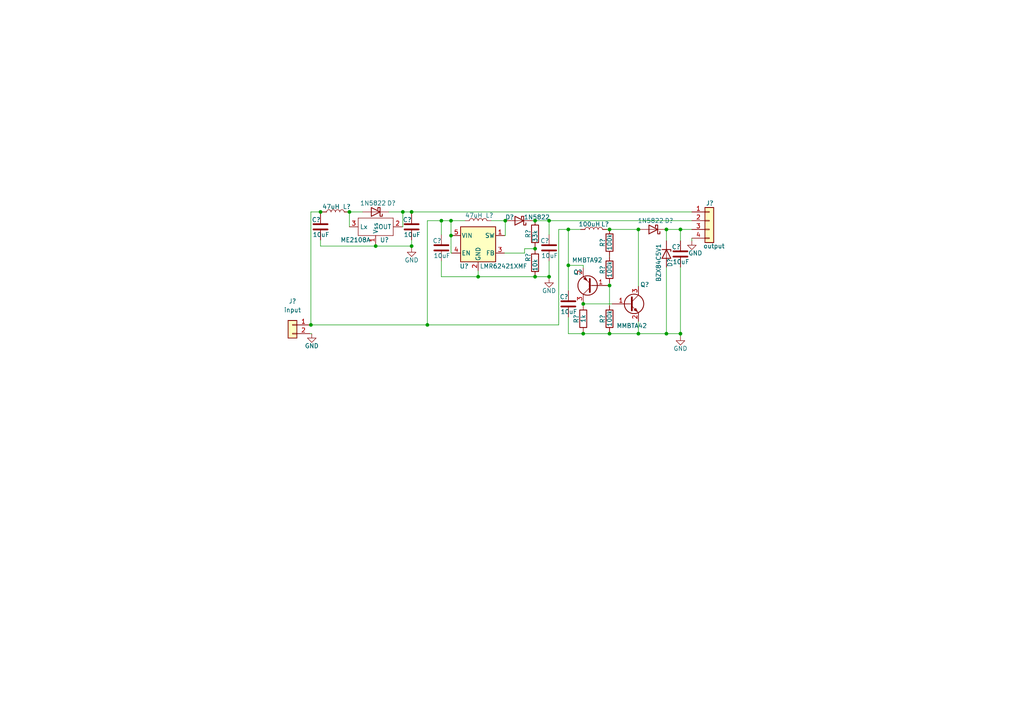
<source format=kicad_sch>
(kicad_sch (version 20211123) (generator eeschema)
  (paper "A4")
  (title_block (title "Three types of DC-DC converters") (date "2022-11-29") (comment 2 "Mikhail Belkin, dltech174@gmail.com, +7-960-961-54-27"))
  (lib_symbols
    (symbol "Connector_Generic:Conn_01x02" (pin_names (offset 1.016) hide)
      (property "Reference" "J" (at 0 2.54 0))
      (property "Value" "Conn_01x02" (at 0 -5.08 0))
      (symbol "Conn_01x02_1_1"
        (rectangle (start -1.27 -2.413) (end 0 -2.667) (stroke (width 0.1524)))
        (rectangle (start -1.27 0.127) (end 0 -0.127) (stroke (width 0.1524)))
        (rectangle (start -1.27 1.27) (end 1.27 -3.81) (stroke (width 0.254)) (fill (type background)))
        (pin passive line (at -5.08 0 0) (length 3.81) (name "Pin_1") (number "1"))
        (pin passive line (at -5.08 -2.54 0) (length 3.81) (name "Pin_2") (number "2"))
      )
    )
    (symbol "Connector_Generic:Conn_01x04" (pin_names (offset 1.016) hide)
      (property "Reference" "J" (at 0 5.08 0))
      (property "Value" "Conn_01x04" (at 0 -7.62 0))
      (symbol "Conn_01x04_1_1"
        (rectangle (start -1.27 -4.953) (end 0 -5.207) (stroke (width 0.1524)))
        (rectangle (start -1.27 -2.413) (end 0 -2.667) (stroke (width 0.1524)))
        (rectangle (start -1.27 0.127) (end 0 -0.127) (stroke (width 0.1524)))
        (rectangle (start -1.27 2.667) (end 0 2.413) (stroke (width 0.1524)))
        (rectangle (start -1.27 3.81) (end 1.27 -6.35) (stroke (width 0.254)) (fill (type background)))
        (pin passive line (at -5.08 2.54 0) (length 3.81) (name "Pin_1") (number "1"))
        (pin passive line (at -5.08 0 0) (length 3.81) (name "Pin_2") (number "2"))
        (pin passive line (at -5.08 -2.54 0) (length 3.81) (name "Pin_3") (number "3"))
        (pin passive line (at -5.08 -5.08 0) (length 3.81) (name "Pin_4") (number "4"))
      )
    )
    (symbol "Device:C" (pin_numbers hide) (pin_names (offset 0.254))
      (property "Reference" "C" (at 0.635 2.54 0))
      (property "Value" "C" (at 0.635 -2.54 0))
      (symbol "C_0_1"
        (polyline (pts (xy -2.032 -0.762) (xy 2.032 -0.762)) (stroke (width 0.508)))
        (polyline (pts (xy -2.032 0.762) (xy 2.032 0.762)) (stroke (width 0.508)))
      )
      (symbol "C_1_1"
        (pin passive line (at 0 3.81 270) (length 2.794) (name "~") (number "1"))
        (pin passive line (at 0 -3.81 90) (length 2.794) (name "~") (number "2"))
      )
    )
    (symbol "Device:L" (pin_numbers hide) (pin_names (offset 1.016) hide)
      (property "Reference" "L" (at -1.27 0 90))
      (property "Value" "L" (at 1.905 0 90))
      (symbol "L_0_1"
        (arc (start 0 -2.54) (mid 0.635 -1.905) (end 0 -1.27))
        (arc (start 0 -1.27) (mid 0.635 -0.635) (end 0 0))
        (arc (start 0 0) (mid 0.635 0.635) (end 0 1.27))
        (arc (start 0 1.27) (mid 0.635 1.905) (end 0 2.54))
      )
      (symbol "L_1_1"
        (pin passive line (at 0 3.81 270) (length 1.27) (name "1") (number "1"))
        (pin passive line (at 0 -3.81 90) (length 1.27) (name "2") (number "2"))
      )
    )
    (symbol "Device:R" (pin_numbers hide) (pin_names (offset 0))
      (property "Reference" "R" (at 2.032 0 90))
      (property "Value" "R" (at 0 0 90))
      (symbol "R_0_1"
        (rectangle (start -1.016 -2.54) (end 1.016 2.54) (stroke (width 0.254)))
      )
      (symbol "R_1_1"
        (pin passive line (at 0 3.81 270) (length 1.27) (name "~") (number "1"))
        (pin passive line (at 0 -3.81 90) (length 1.27) (name "~") (number "2"))
      )
    )
    (symbol "Diode:1N5822" (pin_numbers hide) (pin_names (offset 1.016) hide)
      (property "Reference" "D" (at 0 2.54 0))
      (property "Value" "1N5822" (at 0 -2.54 0))
      (symbol "1N5822_0_1"
        (polyline (pts (xy 1.27 0) (xy -1.27 0)))
        (polyline (pts (xy 1.27 1.27) (xy 1.27 -1.27) (xy -1.27 0) (xy 1.27 1.27)) (stroke (width 0.254)))
        (polyline (pts (xy -1.905 0.635) (xy -1.905 1.27) (xy -1.27 1.27) (xy -1.27 -1.27) (xy -0.635 -1.27) (xy -0.635 -0.635)) (stroke (width 0.254)))
      )
      (symbol "1N5822_1_1"
        (pin passive line (at -3.81 0 0) (length 2.54) (name "K") (number "1"))
        (pin passive line (at 3.81 0 180) (length 2.54) (name "A") (number "2"))
      )
    )
    (symbol "Diode:BZX84Cxx" (pin_numbers hide) (pin_names hide)
      (property "Reference" "D" (at 0 3.81 0))
      (property "Value" "BZX84Cxx" (at 0 -3.81 0))
      (symbol "BZX84Cxx_0_1"
        (polyline (pts (xy 1.27 0) (xy -1.27 0)))
        (polyline (pts (xy -1.27 -1.27) (xy -1.27 1.27) (xy -0.762 1.27)) (stroke (width 0.254)))
        (polyline (pts (xy 1.27 -1.27) (xy 1.27 1.27) (xy -1.27 0) (xy 1.27 -1.27)) (stroke (width 0.254)))
      )
      (symbol "BZX84Cxx_1_1"
        (pin passive line (at 3.81 0 180) (length 2.54) (name "A") (number "1"))
        (pin no_connect line (at 1.27 0 180) (length 2.54) hide (name "NC") (number "2"))
        (pin passive line (at -3.81 0 0) (length 2.54) (name "K") (number "3"))
      )
    )
    (symbol "Regulator_Switching:LMR62421XMF" (pin_names (offset 0.254))
      (property "Reference" "U" (at -5.08 6.35 0))
      (property "Value" "LMR62421XMF" (at 0 6.35 0))
      (symbol "LMR62421XMF_0_1"
        (rectangle (start -5.08 5.08) (end 5.08 -5.08) (stroke (width 0.254)) (fill (type background)))
      )
      (symbol "LMR62421XMF_1_1"
        (pin output line (at 7.62 2.54 180) (length 2.54) (name "SW") (number "1"))
        (pin power_in line (at 0 -7.62 90) (length 2.54) (name "GND") (number "2"))
        (pin input line (at 7.62 -2.54 180) (length 2.54) (name "FB") (number "3"))
        (pin input line (at -7.62 -2.54 0) (length 2.54) (name "EN") (number "4"))
        (pin input line (at -7.62 2.54 0) (length 2.54) (name "VIN") (number "5"))
      )
    )
    (symbol "Transistor_BJT:MMBTA42" (pin_names (offset 0) hide)
      (property "Reference" "Q" (at 5.08 1.905 0))
      (property "Value" "MMBTA42" (at 5.08 0 0))
      (symbol "MMBTA42_0_1"
        (polyline (pts (xy 0 0) (xy 0.635 0)))
        (polyline (pts (xy 0.635 0.635) (xy 2.54 2.54)))
        (polyline (pts (xy 0.635 -0.635) (xy 2.54 -2.54) (xy 2.54 -2.54)))
        (polyline (pts (xy 0.635 1.905) (xy 0.635 -1.905) (xy 0.635 -1.905)) (stroke (width 0.508)))
        (polyline (pts (xy 1.27 -1.778) (xy 1.778 -1.27) (xy 2.286 -2.286) (xy 1.27 -1.778) (xy 1.27 -1.778)) (fill (type outline)))
        (circle (center 1.27 0) (radius 2.8194) (stroke (width 0.254)))
      )
      (symbol "MMBTA42_1_1"
        (pin input line (at -5.08 0 0) (length 5.08) (name "B") (number "1"))
        (pin passive line (at 2.54 -5.08 90) (length 2.54) (name "E") (number "2"))
        (pin passive line (at 2.54 5.08 270) (length 2.54) (name "C") (number "3"))
      )
    )
    (symbol "Transistor_BJT:MMBTA92" (pin_names (offset 0) hide)
      (property "Reference" "Q" (at 5.08 1.905 0))
      (property "Value" "MMBTA92" (at 5.08 0 0))
      (symbol "MMBTA92_0_1"
        (polyline (pts (xy 0 0) (xy 0.635 0)))
        (polyline (pts (xy 2.54 -2.54) (xy 0.635 -0.635)))
        (polyline (pts (xy 2.54 2.54) (xy 0.635 0.635)))
        (polyline (pts (xy 0.635 1.905) (xy 0.635 -1.905) (xy 0.635 -1.905)) (stroke (width 0.508)) (fill (type outline)))
        (polyline (pts (xy 1.905 -2.413) (xy 2.413 -1.905) (xy 1.397 -1.397) (xy 1.905 -2.413) (xy 1.905 -2.413)) (fill (type outline)))
        (circle (center 1.27 0) (radius 2.8194) (stroke (width 0.254)))
      )
      (symbol "MMBTA92_1_1"
        (pin input line (at -5.08 0 0) (length 5.08) (name "B") (number "1"))
        (pin passive line (at 2.54 -5.08 90) (length 2.54) (name "E") (number "2"))
        (pin passive line (at 2.54 5.08 270) (length 2.54) (name "C") (number "3"))
      )
    )
    (symbol "belkin:ME2108A"
      (property "Reference" "U" (at 5.08 3.81 0))
      (property "Value" "ME2108A" (at -1.27 3.81 0))
      (symbol "ME2108A_0_1"
        (rectangle (start -5.08 -2.54) (end 5.08 -2.54))
        (rectangle (start -5.08 2.54) (end -5.08 -2.54))
        (rectangle (start 5.08 -2.54) (end 5.08 2.54))
        (rectangle (start 5.08 2.54) (end -5.08 2.54))
      )
      (symbol "ME2108A_1_1"
        (pin power_in line (at 0 -5.08 90) (length 2.54) (name "Vss") (number "1"))
        (pin power_out line (at 7.62 0 180) (length 2.54) (name "OUT") (number "2"))
        (pin power_in line (at -7.62 0 0) (length 2.54) (name "Lx") (number "3"))
      )
    )
    (symbol "power:GND" (power) (pin_names (offset 0))
      (property "Value" "GND" (at 0 -3.81 0))
      (symbol "GND_0_1"
        (polyline (pts (xy 0 0) (xy 0 -1.27) (xy 1.27 -1.27) (xy 0 -2.54) (xy -1.27 -1.27) (xy 0 -1.27)))
      )
      (symbol "GND_1_1"
        (pin power_in line (at 0 0 270) (length 0) hide (name "GND") (number "1"))
      )
    )
  )
  (junction (at 116.84 61.468))
  (junction (at 164.846 76.962))
  (junction (at 128.016 64.008))
  (junction (at 90.17 94.234))
  (junction (at 169.164 96.774))
  (junction (at 119.38 61.468))
  (junction (at 108.966 71.374))
  (junction (at 138.684 80.264))
  (junction (at 185.166 66.548))
  (junction (at 197.358 96.774))
  (junction (at 101.346 61.468))
  (junction (at 185.166 96.774))
  (junction (at 176.784 66.548))
  (junction (at 193.294 66.548))
  (junction (at 92.964 61.468))
  (junction (at 164.846 66.548))
  (junction (at 176.784 96.774))
  (junction (at 130.81 64.008))
  (junction (at 197.358 66.548))
  (junction (at 123.952 94.234))
  (junction (at 169.164 88.138))
  (junction (at 146.558 64.008))
  (junction (at 176.784 82.804))
  (junction (at 155.194 72.136))
  (junction (at 155.194 80.264))
  (junction (at 130.81 68.326))
  (junction (at 119.38 71.374))
  (junction (at 159.258 80.264))
  (junction (at 193.294 96.774))
  (junction (at 159.258 64.008))
  (junction (at 155.194 64.008))
  (wire (pts (xy 159.258 64.008) (xy 200.66 64.008)))
  (wire (pts (xy 108.966 71.374) (xy 119.38 71.374)))
  (wire (pts (xy 159.258 80.264) (xy 159.258 80.772)))
  (wire (pts (xy 155.194 80.264) (xy 138.684 80.264)))
  (wire (pts (xy 146.558 64.008) (xy 146.812 64.008)))
  (wire (pts (xy 193.294 66.548) (xy 193.294 69.85)))
  (wire (pts (xy 200.66 69.088) (xy 200.66 69.85)))
  (wire (pts (xy 90.17 61.468) (xy 92.964 61.468)))
  (wire (pts (xy 197.358 66.548) (xy 200.66 66.548)))
  (wire (pts (xy 164.846 91.948) (xy 164.846 96.774)))
  (wire (pts (xy 142.494 64.008) (xy 146.558 64.008)))
  (wire (pts (xy 128.016 80.264) (xy 138.684 80.264)))
  (wire (pts (xy 146.304 73.406) (xy 152.146 73.406)))
  (wire (pts (xy 119.38 71.374) (xy 119.38 71.882)))
  (wire (pts (xy 119.38 61.468) (xy 200.66 61.468)))
  (wire (pts (xy 164.846 96.774) (xy 169.164 96.774)))
  (wire (pts (xy 176.784 96.774) (xy 185.166 96.774)))
  (wire (pts (xy 152.146 72.136) (xy 155.194 72.136)))
  (wire (pts (xy 164.846 84.328) (xy 164.846 76.962)))
  (wire (pts (xy 176.784 96.774) (xy 176.784 96.266)))
  (wire (pts (xy 176.784 82.042) (xy 176.784 82.804)))
  (wire (pts (xy 155.194 80.01) (xy 155.194 80.264)))
  (wire (pts (xy 176.784 66.548) (xy 185.166 66.548)))
  (wire (pts (xy 92.964 71.374) (xy 108.966 71.374)))
  (wire (pts (xy 116.586 65.786) (xy 116.84 65.786)))
  (wire (pts (xy 169.164 87.884) (xy 169.164 88.138)))
  (wire (pts (xy 130.81 64.008) (xy 134.874 64.008)))
  (wire (pts (xy 159.258 64.008) (xy 159.258 68.072)))
  (wire (pts (xy 128.016 64.008) (xy 130.81 64.008)))
  (wire (pts (xy 92.964 69.596) (xy 92.964 71.374)))
  (wire (pts (xy 131.064 68.326) (xy 130.81 68.326)))
  (wire (pts (xy 197.358 69.85) (xy 197.358 66.548)))
  (wire (pts (xy 89.916 96.774) (xy 90.424 96.774)))
  (wire (pts (xy 130.81 68.326) (xy 130.81 64.008)))
  (wire (pts (xy 123.952 94.234) (xy 123.952 64.008)))
  (wire (pts (xy 155.194 72.136) (xy 155.194 71.628)))
  (wire (pts (xy 90.17 94.234) (xy 123.952 94.234)))
  (wire (pts (xy 123.952 94.234) (xy 162.052 94.234)))
  (wire (pts (xy 169.164 77.724) (xy 169.164 76.962)))
  (wire (pts (xy 90.17 94.234) (xy 90.17 61.468)))
  (wire (pts (xy 146.304 68.326) (xy 146.558 68.326)))
  (wire (pts (xy 89.916 94.234) (xy 90.17 94.234)))
  (wire (pts (xy 176.784 74.168) (xy 176.784 74.422)))
  (wire (pts (xy 155.194 72.136) (xy 155.194 72.39)))
  (wire (pts (xy 130.81 68.326) (xy 130.81 73.406)))
  (wire (pts (xy 146.558 68.326) (xy 146.558 64.008)))
  (wire (pts (xy 112.776 61.468) (xy 116.84 61.468)))
  (wire (pts (xy 108.966 71.374) (xy 108.966 70.866)))
  (wire (pts (xy 169.164 96.266) (xy 169.164 96.774)))
  (wire (pts (xy 169.164 96.774) (xy 176.784 96.774)))
  (wire (pts (xy 197.358 97.536) (xy 197.358 96.774)))
  (wire (pts (xy 169.164 88.138) (xy 169.164 88.646)))
  (wire (pts (xy 131.064 73.406) (xy 130.81 73.406)))
  (wire (pts (xy 193.294 96.774) (xy 197.358 96.774)))
  (wire (pts (xy 185.166 96.774) (xy 193.294 96.774)))
  (wire (pts (xy 101.346 65.786) (xy 101.346 61.468)))
  (wire (pts (xy 164.846 66.548) (xy 168.402 66.548)))
  (wire (pts (xy 162.052 94.234) (xy 162.052 66.548)))
  (wire (pts (xy 101.346 61.468) (xy 105.156 61.468)))
  (wire (pts (xy 155.194 80.264) (xy 159.258 80.264)))
  (wire (pts (xy 152.146 73.406) (xy 152.146 72.136)))
  (wire (pts (xy 169.164 88.138) (xy 177.546 88.138)))
  (wire (pts (xy 185.166 96.774) (xy 185.166 93.218)))
  (wire (pts (xy 162.052 66.548) (xy 164.846 66.548)))
  (wire (pts (xy 197.358 77.47) (xy 197.358 96.774)))
  (wire (pts (xy 92.964 61.976) (xy 92.964 61.468)))
  (wire (pts (xy 128.016 75.692) (xy 128.016 80.264)))
  (wire (pts (xy 176.784 82.804) (xy 176.784 88.646)))
  (wire (pts (xy 128.016 68.072) (xy 128.016 64.008)))
  (wire (pts (xy 92.964 61.468) (xy 93.472 61.468)))
  (wire (pts (xy 116.84 61.468) (xy 119.38 61.468)))
  (wire (pts (xy 154.432 64.008) (xy 155.194 64.008)))
  (wire (pts (xy 164.846 76.962) (xy 169.164 76.962)))
  (wire (pts (xy 155.194 64.008) (xy 159.258 64.008)))
  (wire (pts (xy 185.166 66.548) (xy 185.166 83.058)))
  (wire (pts (xy 101.346 61.468) (xy 101.092 61.468)))
  (wire (pts (xy 197.358 66.548) (xy 193.294 66.548)))
  (wire (pts (xy 123.952 64.008) (xy 128.016 64.008)))
  (wire (pts (xy 116.84 65.786) (xy 116.84 61.468)))
  (wire (pts (xy 185.166 66.548) (xy 185.674 66.548)))
  (wire (pts (xy 159.258 75.692) (xy 159.258 80.264)))
  (wire (pts (xy 176.022 66.548) (xy 176.784 66.548)))
  (wire (pts (xy 119.38 71.374) (xy 119.38 69.596)))
  (wire (pts (xy 193.294 77.47) (xy 193.294 96.774)))
  (wire (pts (xy 138.684 80.264) (xy 138.684 78.486)))
  (wire (pts (xy 119.38 61.468) (xy 119.38 61.976)))
  (wire (pts (xy 164.846 76.962) (xy 164.846 66.548)))
  (symbol (lib_id "power:GND") (at 90.424 96.774 0) (unit 1)
    (property "Reference" "#PWR?" (effects hide))
    (property "Value" "GND" (at 90.424 100.33 0))
  )
  (symbol (lib_id "Transistor_BJT:MMBTA92") (at 171.704 82.804 180) (unit 1)
    (property "Reference" "Q?" (at 168.91 78.994 0) (effects (justify left)))
    (property "Value" "MMBTA92" (at 174.752 75.438 0) (effects (justify left)))
    (property "Footprint" "Package_TO_SOT_SMD:SOT-23" (effects hide))
    (property "Datasheet" "https://www.onsemi.com/pub/Collateral/MMBTA92LT1-D.PDF" (effects hide))
  )
  (symbol (lib_id "Device:L") (at 97.282 61.468 90) (unit 1)
    (property "Reference" "L?" (at 100.584 59.944 90))
    (property "Value" "47uH" (at 96.012 59.944 90))
  )
  (symbol (lib_id "Regulator_Switching:LMR62421XMF") (at 138.684 70.866 0) (unit 1)
    (property "Reference" "U?" (at 134.62 77.216 0))
    (property "Value" "LMR62421XMF" (at 146.05 77.216 0))
    (property "Footprint" "Package_TO_SOT_SMD:SOT-23-5" (effects hide))
    (property "Datasheet" "http://www.ti.com/lit/ds/symlink/lmr62421.pdf" (effects hide))
  )
  (symbol (lib_id "Device:R") (at 176.784 78.232 180) (unit 1)
    (property "Reference" "R?" (at 174.752 76.962 90) (effects (justify left)))
    (property "Value" "100k" (at 176.784 75.692 90) (effects (justify left)))
  )
  (symbol (lib_id "Device:L") (at 172.212 66.548 90) (unit 1)
    (property "Reference" "L?" (at 175.514 65.024 90))
    (property "Value" "100uH" (at 170.942 65.024 90))
  )
  (symbol (lib_id "power:GND") (at 197.358 97.536 0) (unit 1)
    (property "Reference" "#PWR?" (effects hide))
    (property "Value" "GND" (at 197.358 101.092 0))
  )
  (symbol (lib_id "Device:L") (at 138.684 64.008 90) (unit 1)
    (property "Reference" "L?" (at 141.986 62.484 90))
    (property "Value" "47uH" (at 137.414 62.484 90))
  )
  (symbol (lib_id "power:GND") (at 200.66 69.85 0) (unit 1)
    (property "Reference" "#PWR?" (effects hide))
    (property "Value" "GND" (at 201.676 73.406 0))
  )
  (symbol (lib_id "Diode:1N5822") (at 189.484 66.548 180) (unit 1)
    (property "Reference" "D?" (at 194.056 64.008 0))
    (property "Value" "1N5822" (at 188.722 64.008 0))
    (property "Footprint" "Diode_THT:D_DO-201AD_P15.24mm_Horizontal" (effects hide))
    (property "Datasheet" "http://www.vishay.com/docs/88526/1n5820.pdf" (effects hide))
  )
  (symbol (lib_id "Device:C") (at 197.358 73.66 0) (unit 1)
    (property "Reference" "C?" (at 194.818 71.628 0) (effects (justify left)))
    (property "Value" "10uF" (at 195.072 75.946 0) (effects (justify left)))
  )
  (symbol (lib_id "Connector_Generic:Conn_01x04") (at 205.74 64.008 0) (unit 1)
    (property "Reference" "J?" (at 204.724 58.928 0) (effects (justify left)))
    (property "Value" "output" (at 203.962 71.374 0) (effects (justify left)))
  )
  (symbol (lib_id "Device:R") (at 155.194 67.818 0) (unit 1)
    (property "Reference" "R?" (at 153.162 69.088 90) (effects (justify left)))
    (property "Value" "33k" (at 155.194 70.358 90) (effects (justify left)))
  )
  (symbol (lib_id "Transistor_BJT:MMBTA42") (at 182.626 88.138 0) (unit 1)
    (property "Reference" "Q?" (at 185.674 82.55 0) (effects (justify left)))
    (property "Value" "MMBTA42" (at 178.816 94.488 0) (effects (justify left)))
    (property "Footprint" "Package_TO_SOT_SMD:SOT-23" (effects hide))
    (property "Datasheet" "https://www.onsemi.com/pub/Collateral/MMBTA42LT1-D.PDF" (effects hide))
  )
  (symbol (lib_id "Device:C") (at 159.258 71.882 0) (unit 1)
    (property "Reference" "C?" (at 156.718 69.85 0) (effects (justify left)))
    (property "Value" "10uF" (at 156.972 74.168 0) (effects (justify left)))
  )
  (symbol (lib_id "Device:R") (at 176.784 92.456 180) (unit 1)
    (property "Reference" "R?" (at 174.752 91.186 90) (effects (justify left)))
    (property "Value" "100k" (at 176.784 89.916 90) (effects (justify left)))
  )
  (symbol (lib_id "Diode:1N5822") (at 108.966 61.468 180) (unit 1)
    (property "Reference" "D?" (at 113.538 58.928 0))
    (property "Value" "1N5822" (at 108.204 58.928 0))
    (property "Footprint" "Diode_THT:D_DO-201AD_P15.24mm_Horizontal" (effects hide))
    (property "Datasheet" "http://www.vishay.com/docs/88526/1n5820.pdf" (effects hide))
  )
  (symbol (lib_id "Device:C") (at 164.846 88.138 0) (unit 1)
    (property "Reference" "C?" (at 162.306 86.106 0) (effects (justify left)))
    (property "Value" "10uF" (at 162.56 90.424 0) (effects (justify left)))
  )
  (symbol (lib_id "Device:C") (at 119.38 65.786 0) (unit 1)
    (property "Reference" "C?" (at 116.84 63.754 0) (effects (justify left)))
    (property "Value" "10uF" (at 117.094 68.072 0) (effects (justify left)))
  )
  (symbol (lib_id "Device:R") (at 155.194 76.2 0) (unit 1)
    (property "Reference" "R?" (at 153.162 75.946 90) (effects (justify left)))
    (property "Value" "10k" (at 155.194 78.74 90) (effects (justify left)))
  )
  (symbol (lib_id "Diode:1N5822") (at 150.622 64.008 180) (unit 1)
    (property "Reference" "D?" (at 147.828 62.992 0))
    (property "Value" "1N5822" (at 155.702 62.992 0))
    (property "Footprint" "Diode_THT:D_DO-201AD_P15.24mm_Horizontal" (effects hide))
    (property "Datasheet" "http://www.vishay.com/docs/88526/1n5820.pdf" (effects hide))
  )
  (symbol (lib_id "Diode:BZX84Cxx") (at 193.294 73.66 270) (unit 1)
    (property "Reference" "D?" (at 194.31 76.2 0))
    (property "Value" "BZX84C5V1" (at 191.008 76.2 0))
    (property "Footprint" "Package_TO_SOT_SMD:SOT-23" (effects hide))
    (property "Datasheet" "https://diotec.com/tl_files/diotec/files/pdf/datasheets/bzx84c2v4.pdf" (effects hide))
  )
  (symbol (lib_id "power:GND") (at 119.38 71.882 0) (unit 1)
    (property "Reference" "#PWR?" (effects hide))
    (property "Value" "GND" (at 119.38 75.438 0))
  )
  (symbol (lib_id "Device:R") (at 176.784 70.358 180) (unit 1)
    (property "Reference" "R?" (at 174.752 69.088 90) (effects (justify left)))
    (property "Value" "100k" (at 176.784 67.818 90) (effects (justify left)))
  )
  (symbol (lib_id "Device:R") (at 169.164 92.456 180) (unit 1)
    (property "Reference" "R?" (at 167.132 91.186 90) (effects (justify left)))
    (property "Value" "1k" (at 169.164 91.186 90) (effects (justify left)))
  )
  (symbol (lib_id "Device:C") (at 128.016 71.882 0) (unit 1)
    (property "Reference" "C?" (at 125.476 69.85 0) (effects (justify left)))
    (property "Value" "10uF" (at 125.73 74.168 0) (effects (justify left)))
  )
  (symbol (lib_id "power:GND") (at 159.258 80.772 0) (unit 1)
    (property "Reference" "#PWR?" (effects hide))
    (property "Value" "GND" (at 159.258 84.328 0))
  )
  (symbol (lib_id "Connector_Generic:Conn_01x02") (at 84.836 94.234 0) (mirror y) (unit 1)
    (property "Reference" "J?" (at 84.836 87.376 0))
    (property "Value" "input" (at 84.836 89.916 0))
  )
  (symbol (lib_id "belkin:ME2108A") (at 108.966 65.786 0) (unit 1)
    (property "Reference" "U?" (at 111.506 69.596 0))
    (property "Value" "ME2108A" (at 103.124 69.596 0))
  )
  (symbol (lib_id "Device:C") (at 92.964 65.786 0) (unit 1)
    (property "Reference" "C?" (at 90.424 63.754 0) (effects (justify left)))
    (property "Value" "10uF" (at 90.678 68.072 0) (effects (justify left)))
  )
)
</source>
